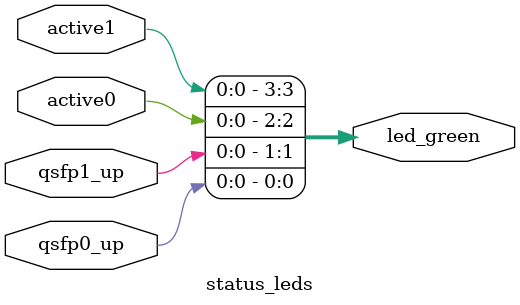
<source format=v>
module status_leds
(
    input qsfp0_up, qsfp1_up,

    input active0, active1,

    output[3:0] led_green
);

assign led_green  = { active1, active0, qsfp1_up, qsfp0_up};

endmodule
</source>
